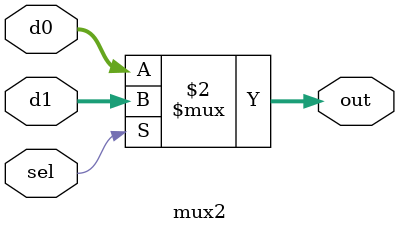
<source format=v>
`timescale 1ns / 1ps


module mux2 #(parameter WIDTH = 32)(
    input sel,
    input [WIDTH-1:0] d0,
    input [WIDTH-1:0] d1,
    output [WIDTH-1:0] out
    );
	assign out = (sel == 1'b1 ? d1 : d0);

endmodule

</source>
